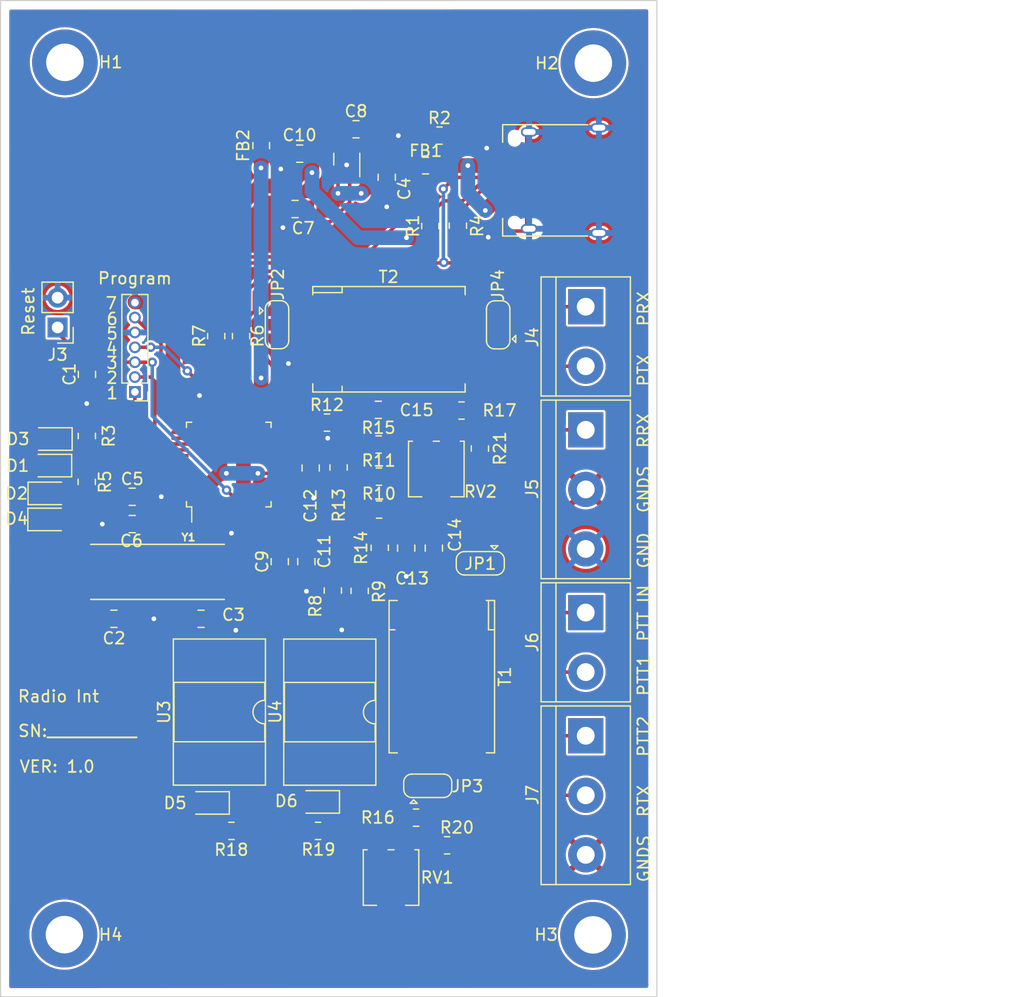
<source format=kicad_pcb>
(kicad_pcb (version 20211014) (generator pcbnew)
  (layers (0 "F.Cu" signal) (31 "B.Cu" signal) (34 "B.Paste" user) (35 "F.Paste" user) (36 "B.SilkS" user "B.Silkscreen") (37 "F.SilkS" user "F.Silkscreen") (38 "B.Mask" user) (39 "F.Mask" user) (44 "Edge.Cuts" user))
  (net 0 "")
  (net 1 "GND")
  (net 2 "/OSCIN")
  (net 3 "/OSCOUT")
  (net 4 "Net-(C7-Pad1)")
  (net 5 "Net-(C8-Pad1)")
  (net 12 "/SWCLK")
  (net 22 "/SWDIO")
  (net 23 "/USB-DP")
  (net 24 "/USB-DN")
  (net 25 "Net-(C13-Pad1)")
  (net 28 "+3V3")
  (net 29 "+3.3VA")
  (net 30 "/VIN")
  (net 31 "/VBUS")
  (net 32 "/USART-RX")
  (net 33 "/USART-TX")
  (net 34 "/PTT1")
  (net 35 "/PTT2")
  (net 36 "/AFIN")
  (net 37 "/RADIO-MIC")
  (net 38 "/RADIO-SPK")
  (net 39 "/AFOUT")
  (net 40 "Net-(D6-Pad1)")
  (net 41 "/RADIO-VP-PTT2")
  (net 42 "/NRST")
  (net 43 "/SWO")
  (net 44 "/BOOT0")
  (net 45 "Net-(D1-Pad1)")
  (net 46 "Net-(D1-Pad2)")
  (net 49 "Net-(C14-Pad2)")
  (net 50 "/DAC_ATTEN")
  (net 51 "Net-(C15-Pad1)")
  (net 52 "Net-(C15-Pad2)")
  (net 53 "Net-(J2-PadA5)")
  (net 55 "Net-(J2-PadB5)")
  (net 57 "Net-(R5-Pad2)")
  (net 58 "GNDS")
  (net 59 "Net-(JP3-Pad2)")
  (net 60 "Net-(R8-Pad2)")
  (net 61 "Net-(R9-Pad2)")
  (net 66 "Net-(JP1-Pad1)")
  (net 67 "Net-(JP1-Pad3)")
  (net 68 "Net-(JP2-Pad1)")
  (net 69 "Net-(JP2-Pad3)")
  (net 70 "Net-(JP3-Pad1)")
  (net 71 "Net-(JP3-Pad3)")
  (net 72 "Net-(JP4-Pad1)")
  (net 73 "Net-(JP4-Pad3)")
  (net 74 "Net-(JP4-Pad2)")
  (net 75 "Net-(J4-Pad1)")
  (net 76 "Net-(J4-Pad2)")
  (net 77 "Net-(J5-Pad1)")
  (net 78 "Net-(J6-Pad2)")
  (net 79 "Net-(J7-Pad1)")
  (footprint "Resistor_SMD:R_0805_2012Metric_Pad1.20x1.40mm_HandSolder" (layer "F.Cu") (at 140.71 97.82 180)
    (fp_text reference "R11")
    (fp_text value "10K")
  )
  (footprint "LED_SMD:LED_0805_2012Metric_Pad1.15x1.40mm_HandSolder" (layer "F.Cu") (at 112.625 99.25)
    (fp_text reference "D2")
    (fp_text value "RED")
  )
  (footprint "Capacitor_SMD:C_0805_2012Metric_Pad1.18x1.45mm_HandSolder" (layer "F.Cu") (at 134.88 97.08 -90)
    (fp_text reference "C12")
    (fp_text value "10n/NP0")
  )
  (footprint "Resistor_SMD:R_0805_2012Metric_Pad1.20x1.40mm_HandSolder" (layer "F.Cu") (at 115.77 98.27 90)
    (fp_text reference "R5")
    (fp_text value "220R")
  )
  (footprint "TerminalBlock:TerminalBlock_bornier-3_P5.08mm" (layer "F.Cu") (at 158.35 93.83 -90)
    (fp_text reference "J5")
    (fp_text value "SIP 200")
  )
  (footprint "AIOC:USB_C_Receptacle_Amphenol_12401832E40-2A" (layer "F.Cu") (at 155.63 72.54 90)
    (fp_text reference "J2" hide)
    (fp_text value "12401832E402A")
  )
  (footprint "Resistor_SMD:R_0805_2012Metric_Pad1.20x1.40mm_HandSolder" (layer "F.Cu") (at 128.12 128.05)
    (fp_text reference "R18")
    (fp_text value "1K2")
  )
  (footprint "Capacitor_SMD:C_0805_2012Metric_Pad1.18x1.45mm_HandSolder" (layer "F.Cu") (at 118.0875 109.95)
    (fp_text reference "C2")
    (fp_text value "22p/NP0")
  )
  (footprint "LED_SMD:LED_0805_2012Metric_Pad1.15x1.40mm_HandSolder" (layer "F.Cu") (at 112.625 96.88 180)
    (fp_text reference "D1")
    (fp_text value "GREEN")
  )
  (footprint "Capacitor_SMD:C_0805_2012Metric_Pad1.18x1.45mm_HandSolder" (layer "F.Cu") (at 132.24 105.0725 -90)
    (fp_text reference "C9")
    (fp_text value "100n")
  )
  (footprint "Capacitor_SMD:C_0805_2012Metric_Pad1.18x1.45mm_HandSolder" (layer "F.Cu") (at 143.03 103.9225 -90)
    (fp_text reference "C13")
    (fp_text value "100n")
  )
  (footprint "Potentiometer_SMD:Potentiometer_Bourns_3314G_Vertical" (layer "F.Cu") (at 141.736 132.03)
    (fp_text reference "RV1")
    (fp_text value "10K Variable")
  )
  (footprint "AIOC:Transformer_Bourns_SM-LP-5001" (layer "F.Cu") (at 146.07 114.86 -90)
    (fp_text reference "T1")
    (fp_text value "Transformer_Audio_CTP_CTS")
  )
  (footprint "Resistor_SMD:R_0805_2012Metric_Pad1.20x1.40mm_HandSolder" (layer "F.Cu") (at 143.87 126.92 180)
    (fp_text reference "R16")
    (fp_text value "1K2")
  )
  (footprint "Inductor_SMD:L_0805_2012Metric_Pad1.15x1.40mm_HandSolder" (layer "F.Cu") (at 144.68 71.28)
    (fp_text reference "FB1")
    (fp_text value "600R@100MHz")
  )
  (footprint "Resistor_SMD:R_0805_2012Metric_Pad1.20x1.40mm_HandSolder" (layer "F.Cu") (at 128.94 85.83 -90)
    (fp_text reference "R6")
    (fp_text value "220R")
  )
  (footprint "LED_SMD:LED_0805_2012Metric_Pad1.15x1.40mm_HandSolder" (layer "F.Cu") (at 112.605 101.47)
    (fp_text reference "D4")
    (fp_text value "N.M.")
  )
  (footprint "Resistor_SMD:R_0805_2012Metric_Pad1.20x1.40mm_HandSolder" (layer "F.Cu") (at 139.06 107.57 -90)
    (fp_text reference "R9")
    (fp_text value "2.2K")
  )
  (footprint "MountingHole:MountingHole_3.2mm_M3_DIN965_Pad_TopBottom" (layer "F.Cu") (at 113.91 62.47)
    (fp_text reference "H1")
    (fp_text value "ToolingHole")
  )
  (footprint "Diode_SMD:D_0805_2012Metric_Pad1.15x1.40mm_HandSolder" (layer "F.Cu") (at 135.477 125.577 180)
    (fp_text reference "D6")
    (fp_text value "1N4001")
  )
  (footprint "Resistor_SMD:R_0805_2012Metric_Pad1.20x1.40mm_HandSolder" (layer "F.Cu") (at 126.82 85.83 -90)
    (fp_text reference "R7")
    (fp_text value "220R")
  )
  (footprint "TerminalBlock:TerminalBlock_bornier-3_P5.08mm" (layer "F.Cu") (at 158.35 119.93 -90)
    (fp_text reference "J7")
    (fp_text value "SIP 200")
  )
  (footprint "Capacitor_SMD:C_0805_2012Metric_Pad1.18x1.45mm_HandSolder" (layer "F.Cu") (at 119.6525 101.87 180)
    (fp_text reference "C6")
    (fp_text value "100n")
  )
  (footprint "Package_QFP:LQFP-48_7x7mm_P0.5mm" (layer "F.Cu") (at 127.89 96.79 90)
    (fp_text reference "U2" hide)
    (fp_text value "STM32F373CBTx(OLD)")
  )
  (footprint "Capacitor_SMD:C_0805_2012Metric_Pad1.18x1.45mm_HandSolder" (layer "F.Cu") (at 141.37 72.2775 -90)
    (fp_text reference "C4")
    (fp_text value "4.7u/10V/X5R")
  )
  (footprint "Resistor_SMD:R_0805_2012Metric_Pad1.20x1.40mm_HandSolder" (layer "F.Cu") (at 147.75 92.18 180)
    (fp_text reference "R17")
    (fp_text value "1K2")
  )
  (footprint "Resistor_SMD:R_0805_2012Metric_Pad1.20x1.40mm_HandSolder" (layer "F.Cu") (at 140.77 103.89 90)
    (fp_text reference "R14")
    (fp_text value "220R")
  )
  (footprint "TerminalBlock:TerminalBlock_bornier-2_P5.08mm" (layer "F.Cu") (at 158.35 109.42 -90)
    (fp_text reference "J6")
    (fp_text value "SIP 200")
  )
  (footprint "Inductor_SMD:L_0805_2012Metric_Pad1.15x1.40mm_HandSolder" (layer "F.Cu") (at 130.66 69.575 90)
    (fp_text reference "FB2")
    (fp_text value "600R@100MHz")
  )
  (footprint "Capacitor_SMD:C_0805_2012Metric_Pad1.18x1.45mm_HandSolder" (layer "F.Cu") (at 133.5475 74.985 180)
    (fp_text reference "C7")
    (fp_text value "100n")
  )
  (footprint "Package_DIP:DIP-6_W8.89mm_SMDSocket_LongPads" (layer "F.Cu") (at 136.51 117.915 -90)
    (fp_text reference "U4")
    (fp_text value "4N25")
  )
  (footprint "Capacitor_SMD:C_0805_2012Metric_Pad1.18x1.45mm_HandSolder" (layer "F.Cu") (at 125.5275 109.95 180)
    (fp_text reference "C3")
    (fp_text value "22p/NP0")
  )
  (footprint "LED_SMD:LED_0805_2012Metric_Pad1.15x1.40mm_HandSolder" (layer "F.Cu") (at 112.665 94.61 180)
    (fp_text reference "D3")
    (fp_text value "N.M.")
  )
  (footprint "Resistor_SMD:R_0805_2012Metric_Pad1.20x1.40mm_HandSolder" (layer "F.Cu") (at 136.77 107.54 -90)
    (fp_text reference "R8")
    (fp_text value "2.2K")
  )
  (footprint "Capacitor_SMD:C_0805_2012Metric_Pad1.18x1.45mm_HandSolder" (layer "F.Cu") (at 133.9425 70.26 180)
    (fp_text reference "C10")
    (fp_text value "4.7u/10V/X5R")
  )
  (footprint "AIOC:Transformer_Bourns_SM-LP-5001" (layer "F.Cu") (at 141.53 86.1)
    (fp_text reference "T2")
    (fp_text value "Transformer_Audio_CTP_CTS")
  )
  (footprint "Resistor_SMD:R_0805_2012Metric_Pad1.20x1.40mm_HandSolder" (layer "F.Cu") (at 145.09 76.435 90)
    (fp_text reference "R1")
    (fp_text value "1.5K")
  )
  (footprint "Jumper:SolderJumper-3_P1.3mm_Open_RoundedPad1.0x1.5mm" (layer "F.Cu") (at 144.87 124.2)
    (fp_text reference "JP3")
    (fp_text value "SolderJumper_3_Open")
  )
  (footprint "Capacitor_SMD:C_0805_2012Metric_Pad1.18x1.45mm_HandSolder" (layer "F.Cu") (at 138.7475 68.18)
    (fp_text reference "C8")
    (fp_text value "4.7u/10V/X5R")
  )
  (footprint "Connector_PinHeader_2.54mm:PinHeader_1x02_P2.54mm_Vertical" (layer "F.Cu") (at 113.284 85.09 180)
    (fp_text reference "J3")
    (fp_text value "conn_01X02")
  )
  (footprint "Capacitor_SMD:C_0805_2012Metric_Pad1.18x1.45mm_HandSolder" (layer "F.Cu") (at 140.6525 92.12 180)
    (fp_text reference "C15")
    (fp_text value "4.7u/10V/X5R")
  )
  (footprint "Potentiometer_SMD:Potentiometer_Bourns_3314G_Vertical" (layer "F.Cu") (at 145.6 97.17)
    (fp_text reference "RV2")
    (fp_text value "10K Variable")
  )
  (footprint "Resistor_SMD:R_0805_2012Metric_Pad1.20x1.40mm_HandSolder" (layer "F.Cu") (at 140.72 100.63 180)
    (fp_text reference "R10")
    (fp_text value "N.M.")
  )
  (footprint "Resistor_SMD:R_0805_2012Metric_Pad1.20x1.40mm_HandSolder" (layer "F.Cu") (at 140.68 95.08)
    (fp_text reference "R15")
    (fp_text value "2.2K")
  )
  (footprint "Capacitor_SMD:C_0805_2012Metric_Pad1.18x1.45mm_HandSolder" (layer "F.Cu") (at 115.79 89.0925 -90)
    (fp_text reference "C1")
    (fp_text value "100n")
  )
  (footprint "MountingHole:MountingHole_3.2mm_M3_DIN965_Pad_TopBottom" (layer "F.Cu") (at 158.97 136.92)
    (fp_text reference "H3")
    (fp_text value "ToolingHole")
  )
  (footprint "Jumper:SolderJumper-3_P1.3mm_Open_RoundedPad1.0x1.5mm" (layer "F.Cu") (at 150.88 84.87 90)
    (fp_text reference "JP4")
    (fp_text value "SolderJumper_3_Open")
  )
  (footprint "Jumper:SolderJumper-3_P1.3mm_Open_RoundedPad1.0x1.5mm" (layer "F.Cu") (at 132.01 84.86 -90)
    (fp_text reference "JP2")
    (fp_text value "SolderJumper_3_Open")
  )
  (footprint "Capacitor_SMD:C_0805_2012Metric_Pad1.18x1.45mm_HandSolder" (layer "F.Cu") (at 119.6525 99.54 180)
    (fp_text reference "C5")
    (fp_text value "4.7u/10V/X5R")
  )
  (footprint "Jumper:SolderJumper-3_P1.3mm_Open_RoundedPad1.0x1.5mm" (layer "F.Cu") (at 149.352 105.214 180)
    (fp_text reference "JP1")
    (fp_text value "SolderJumper_3_Open")
  )
  (footprint "Connector_PinHeader_1.27mm:PinHeader_1x07_P1.27mm_Vertical" (layer "F.Cu") (at 119.88 90.595 180)
    (fp_text reference "J1" hide)
    (fp_text value "Conn_01x07_Male")
  )
  (footprint "AIOC:Micrel_MLF-8-1EP_2x2mm_P0.5mm_EP0.6x1.2mm" (layer "F.Cu") (at 137.96 71.23 90)
    (fp_text reference "U1" hide)
    (fp_text value "MIC5330-SSYML")
  )
  (footprint "Resistor_SMD:R_0805_2012Metric_Pad1.20x1.40mm_HandSolder" (layer "F.Cu") (at 136.27 93.21)
    (fp_text reference "R12")
    (fp_text value "5.1K")
  )
  (footprint "Resistor_SMD:R_0805_2012Metric_Pad1.20x1.40mm_HandSolder" (layer "F.Cu") (at 149.32 95.42 -90)
    (fp_text reference "R21")
    (fp_text value "1K2")
  )
  (footprint "Package_DIP:DIP-6_W8.89mm_SMDSocket_LongPads" (layer "F.Cu") (at 127.09 117.91 -90)
    (fp_text reference "U3")
    (fp_text value "4N25")
  )
  (footprint "Resistor_SMD:R_0805_2012Metric_Pad1.20x1.40mm_HandSolder" (layer "F.Cu") (at 137.26 97.04 90)
    (fp_text reference "R13")
    (fp_text value "5.1K")
  )
  (footprint "Resistor_SMD:R_0805_2012Metric_Pad1.20x1.40mm_HandSolder" (layer "F.Cu") (at 135.51 128.05 180)
    (fp_text reference "R19")
    (fp_text value "1K2")
  )
  (footprint "MountingHole:MountingHole_3.2mm_M3_DIN965_Pad_TopBottom" (layer "F.Cu") (at 113.87 136.9)
    (fp_text reference "H4")
    (fp_text value "ToolingHole")
  )
  (footprint "Diode_SMD:D_0805_2012Metric_Pad1.15x1.40mm_HandSolder" (layer "F.Cu") (at 126.077 125.662 180)
    (fp_text reference "D5")
    (fp_text value "1N4001")
  )
  (footprint "Capacitor_SMD:C_0805_2012Metric_Pad1.18x1.45mm_HandSolder" (layer "F.Cu") (at 134.51 105.0725 -90)
    (fp_text reference "C11")
    (fp_text value "4.7u/10V/X5R")
  )
  (footprint "Resistor_SMD:R_0805_2012Metric_Pad1.20x1.40mm_HandSolder" (layer "F.Cu") (at 115.78 94.35 -90)
    (fp_text reference "R3")
    (fp_text value "2.2K")
  )
  (footprint "Resistor_SMD:R_0805_2012Metric_Pad1.20x1.40mm_HandSolder" (layer "F.Cu") (at 145.87 68.72)
    (fp_text reference "R2")
    (fp_text value "5.1K")
  )
  (footprint "TerminalBlock:TerminalBlock_bornier-2_P5.08mm" (layer "F.Cu") (at 158.35 83.32 -90)
    (fp_text reference "J4")
    (fp_text value "SIP 200")
  )
  (footprint "MountingHole:MountingHole_3.2mm_M3_DIN965_Pad_TopBottom" (layer "F.Cu") (at 159 62.54)
    (fp_text reference "H2")
    (fp_text value "ToolingHole")
  )
  (footprint "Resistor_SMD:R_0805_2012Metric_Pad1.20x1.40mm_HandSolder" (layer "F.Cu") (at 146.52 129.28)
    (fp_text reference "R20")
    (fp_text value "1K2")
  )
  (footprint "Capacitor_SMD:C_0805_2012Metric_Pad1.18x1.45mm_HandSolder" (layer "F.Cu") (at 145.39 103.9225 -90)
    (fp_text reference "C14")
    (fp_text value "4.7u/10V/X5R")
  )
  (footprint "AIOC:Crystal_8MHz_SMD_11.40mm" (layer "F.Cu") (at 121.81 105.95)
    (fp_text reference "Y1")
    (fp_text value "8MHz/20pF")
  )
  (footprint "Resistor_SMD:R_0805_2012Metric_Pad1.20x1.40mm_HandSolder" (layer "F.Cu") (at 147.44 76.405 90)
    (fp_text reference "R4")
    (fp_text value "5.1K")
  )
  (gr_rect (start 164.42 142.2) (end 108.42 57.2) (layer "Edge.Cuts") (width 0.1) (fill none))
  (gr_text "Giga Technology" (at 128.02 137.51) (layer "F.Cu") (effects (font (size 1.5 1.5) (thickness 0.3))))
  (gr_text "PTX" (at 163.3 88.75 90) (layer "F.SilkS") (effects (font (size 1 1))))
  (gr_text "Reset\n" (at 110.79 83.74 90) (layer "F.SilkS") (effects (font (size 1 1))))
  (gr_text "PTT2" (at 163.3 119.98 90) (layer "F.SilkS") (effects (font (size 1 1))))
  (gr_text "VER: 1.0" (at 113.25 122.56) (layer "F.SilkS") (effects (font (size 1 1))))
  (gr_text "RTX" (at 163.3 125.5 90) (layer "F.SilkS") (effects (font (size 1 1))))
  (gr_text "Radio Int" (at 113.36 116.57) (layer "F.SilkS") (effects (font (size 1 1))))
  (gr_text "PTT IN" (at 163.3 109.47 90) (layer "F.SilkS") (effects (font (size 1 1))))
  (gr_text "PTT1" (at 163.3 114.79 90) (layer "F.SilkS") (effects (font (size 1 1))))
  (gr_text "PRX" (at 163.3 83.5 90) (layer "F.SilkS") (effects (font (size 1 1))))
  (gr_text "6" (at 117.94 84.36) (layer "F.SilkS") (effects (font (size 1 1))))
  (gr_text "7" (at 117.87 83.03) (layer "F.SilkS") (effects (font (size 1 1))))
  (gr_text "3" (at 117.93 88.12) (layer "F.SilkS") (effects (font (size 1 1))))
  (gr_text "GNDS" (at 163.3 98.9 90) (layer "F.SilkS") (effects (font (size 1 1))))
  (gr_text "4" (at 117.9 86.9) (layer "F.SilkS") (effects (font (size 1 1))))
  (gr_text "GNDS" (at 163.3 130.42 90) (layer "F.SilkS") (effects (font (size 1 1))))
  (gr_text "RRX" (at 163.29 93.89 90) (layer "F.SilkS") (effects (font (size 1 1))))
  (gr_text "Program" (at 119.88 80.9) (layer "F.SilkS") (effects (font (size 1 1))))
  (gr_text "GND" (at 163.3 104.12 90) (layer "F.SilkS") (effects (font (size 1 1))))
  (gr_text "2" (at 117.93 89.39) (layer "F.SilkS") (effects (font (size 1 1))))
  (gr_text "5" (at 117.94 85.62) (layer "F.SilkS") (effects (font (size 1 1))))
  (gr_text "1" (at 117.95 90.7) (layer "F.SilkS") (effects (font (size 1 1))))
  (gr_text "SN:__________" (at 114.98 119.52) (layer "F.SilkS") (effects (font (size 1 1))))
  (segment (start 122.62 99.04) (end 122.13 99.53) (width 0.3) (layer "F.Cu") (net 1))
  (segment (start 127.09 113.465) (end 127.09 112.33) (width 1.25) (layer "F.Cu") (net 1))
  (segment (start 115.78 91.59) (end 115.77 91.58) (width 1.25) (layer "F.Cu") (net 1))
  (segment (start 153.31 70.04) (end 153.31 68.62) (width 0.3) (layer "F.Cu") (net 1))
  (segment (start 150.03 77.39) (end 150.03 76.87) (width 0.3) (layer "F.Cu") (net 1))
  (segment (start 143.53 106.83) (end 143.03 106.33) (width 1.25) (layer "F.Cu") (net 1))
  (segment (start 119.125 109.95) (end 121.5 109.95) (width 1.25) (layer "F.Cu") (net 1))
  (segment (start 127.09 112.33) (end 128.49 110.93) (width 1.25) (layer "F.Cu") (net 1))
  (segment (start 150.03 77.39) (end 149.555 77.405) (width 1.25) (layer "F.Cu") (net 1))
  (segment (start 151.61 75.29) (end 151.545479 75.354521) (width 0.3) (layer "F.Cu") (net 1))
  (segment (start 137.71 72.205) (end 137.71 71.48) (width 0.3) (layer "F.Cu") (net 1))
  (segment (start 151.969892 76.864521) (end 153.325479 76.864521) (width 0.3) (layer "F.Cu") (net 1))
  (segment (start 135.53 88.64) (end 133.45 88.64) (width 1.25) (layer "F.Cu") (net 1))
  (segment (start 118.615 99.54) (end 118.615 101.87) (width 1.25) (layer "F.Cu") (net 1))
  (segment (start 134.88 99.4) (end 135.13 99.65) (width 1.25) (layer "F.Cu") (net 1))
  (segment (start 151.61 69.79) (end 150.41 69.79) (width 0.3) (layer "F.Cu") (net 1))
  (segment (start 141.37 73.315) (end 141.37 74.8) (width 1.25) (layer "F.Cu") (net 1))
  (segment (start 143.03 104.96) (end 143.03 106.33) (width 1.25) (layer "F.Cu") (net 1))
  (segment (start 134.51 106.11) (end 134.51 107.59) (width 1.25) (layer "F.Cu") (net 1))
  (segment (start 153.31 76.46) (end 153.52 76.67) (width 0.3) (layer "F.Cu") (net 1))
  (segment (start 140.77 104.89) (end 142.96 104.89) (width 1.25) (layer "F.Cu") (net 1))
  (segment (start 125.64 91.152227) (end 125.3905 90.902727) (width 0.3) (layer "F.Cu") (net 1))
  (segment (start 150.41 69.79) (end 149.9 69.79) (width 1.25) (layer "F.Cu") (net 1))
  (segment (start 115.79 91.56) (end 115.77 91.58) (width 1.25) (layer "F.Cu") (net 1))
  (segment (start 144.87 68.72) (end 142.36 68.72) (width 1.25) (layer "F.Cu") (net 1))
  (segment (start 136.51 113.47) (end 136.51 111.92) (width 1.25) (layer "F.Cu") (net 1))
  (segment (start 132.905 70.26) (end 132.905 70.995) (width 1.25) (layer "F.Cu") (net 1))
  (segment (start 137.96 71.23) (end 137.95 71.22) (width 0.3) (layer "F.Cu") (net 1))
  (segment (start 149.555 77.405) (end 147.44 77.405) (width 1.25) (layer "F.Cu") (net 1))
  (segment (start 153.31 75.54) (end 153.31 76.46) (width 0.3) (layer "F.Cu") (net 1))
  (segment (start 118.615 101.87) (end 117.1 101.87) (width 1.25) (layer "F.Cu") (net 1))
  (segment (start 142.96 104.89) (end 143.03 104.96) (width 1.25) (layer "F.Cu") (net 1))
  (segment (start 128.64 100.9525) (end 128.64 102.13) (width 0.3) (layer "F.Cu") (net 1))
  (segment (start 128.64 102.13) (end 128.12 102.65) (width 0.3) (layer "F.Cu") (net 1))
  (segment (start 134.51 107.59) (end 134.52 107.6) (width 1.25) (layer "F.Cu") (net 1))
  (segment (start 115.78 93.35) (end 115.78 91.59) (width 1.25) (layer "F.Cu") (net 1))
  (segment (start 134.9575 98.04) (end 134.88 98.1175) (width 1.25) (layer "F.Cu") (net 1))
  (segment (start 136.51 111.92) (end 137.53 110.9) (width 1.25) (layer "F.Cu") (net 1))
  (segment (start 151.61 75.29) (end 151.61 75.35) (width 0.3) (layer "F.Cu") (net 1))
  (segment (start 153.31 68.62) (end 153.52 68.41) (width 0.3) (layer "F.Cu") (net 1))
  (segment (start 123.7275 99.04) (end 122.62 99.04) (width 0.3) (layer "F.Cu") (net 1))
  (segment (start 143.53 108.86) (end 143.53 106.83) (width 1.25) (layer "F.Cu") (net 1))
  (segment (start 132.905 70.995) (end 132.33 71.57) (width 1.25) (layer "F.Cu") (net 1))
  (segment (start 137.71 71.48) (end 137.96 71.23) (width 0.3) (layer "F.Cu") (net 1))
  (segment (start 132.51 74.985) (end 132.51 76.57) (width 1.25) (layer "F.Cu") (net 1))
  (segment (start 153.325479 76.864521) (end 153.52 76.67) (width 0.3) (layer "F.Cu") (net 1))
  (segment (start 124.49 109.95) (end 121.5 109.95) (width 1.25) (layer "F.Cu") (net 1))
  (segment (start 132.0525 94.54) (end 136.33 94.54) (width 0.3) (layer "F.Cu") (net 1))
  (segment (start 133.45 88.64) (end 132.98 88.17) (width 1.25) (layer "F.Cu") (net 1))
  (segment (start 151.545479 75.354521) (end 151.545479 76.440108) (width 0.3) (layer "F.Cu") (net 1))
  (segment (start 150.03 76.87) (end 151.61 75.29) (width 0.3) (layer "F.Cu") (net 1))
  (segment (start 137.26 98.04) (end 134.9575 98.04) (width 1.25) (layer "F.Cu") (net 1))
  (segment (start 134.88 98.1175) (end 134.88 99.4) (width 1.25) (layer "F.Cu") (net 1))
  (segment (start 132.24 106.11) (end 134.51 106.11) (width 1.25) (layer "F.Cu") (net 1))
  (segment (start 151.545479 76.440108) (end 151.969892 76.864521) (width 0.3) (layer "F.Cu") (net 1))
  (segment (start 115.79 90.13) (end 115.79 91.56) (width 1.25) (layer "F.Cu") (net 1))
  (segment (start 139.785 68.18) (end 141.82 68.18) (width 1.25) (layer "F.Cu") (net 1))
  (segment (start 125.64 92.6275) (end 125.64 91.152227) (width 0.3) (layer "F.Cu") (net 1))
  (segment (start 141.82 68.18) (end 142.36 68.72) (width 1.25) (layer "F.Cu") (net 1))
  (via (at 137.53 110.9) (size 0.8) (drill 0.4) (layers "F.Cu" "B.Cu") (net 1))
  (via (at 143.03 106.33) (size 0.8) (drill 0.4) (layers "F.Cu" "B.Cu") (net 1))
  (via (at 125.3905 90.902727) (size 0.8) (drill 0.4) (layers "F.Cu" "B.Cu") (net 1))
  (via (at 150.03 77.39) (size 0.8) (drill 0.4) (layers "F.Cu" "B.Cu") (net 1))
  (via (at 132.51 76.57) (size 0.8) (drill 0.4) (layers "F.Cu" "B.Cu") (net 1))
  (via (at 132.33 71.57) (size 0.8) (drill 0.4) (layers "F.Cu" "B.Cu") (net 1))
  (via (at 137.95 71.22) (size 0.8) (drill 0.4) (layers "F.Cu" "B.Cu") (net 1))
  (via (at 122.13 99.53) (size 0.8) (drill 0.4) (layers "F.Cu" "B.Cu") (net 1))
  (via (at 142.36 68.72) (size 0.8) (drill 0.4) (layers "F.Cu" "B.Cu") (net 1))
  (via (at 117.1 101.87) (size 0.8) (drill 0.4) (layers "F.Cu" "B.Cu") (net 1))
  (via (at 128.12 102.65) (size 0.8) (drill 0.4) (layers "F.Cu" "B.Cu") (net 1))
  (via (at 149.9 69.79) (size 0.8) (drill 0.4) (layers "F.Cu" "B.Cu") (net 1))
  (via (at 134.52 107.6) (size 0.8) (drill 0.4) (layers "F.Cu" "B.Cu") (net 1))
  (via (at 141.37 74.8) (size 0.8) (drill 0.4) (layers "F.Cu" "B.Cu") (net 1))
  (via (at 128.49 110.93) (size 0.8) (drill 0.4) (layers "F.Cu" "B.Cu") (net 1))
  (via (at 136.33 94.54) (size 0.8) (drill 0.4) (layers "F.Cu" "B.Cu") (net 1))
  (via (at 135.13 99.65) (size 0.8) (drill 0.4) (layers "F.Cu" "B.Cu") (net 1))
  (via (at 115.77 91.58) (size 0.8) (drill 0.4) (layers "F.Cu" "B.Cu") (net 1))
  (via (at 121.5 109.95) (size 0.8) (drill 0.4) (layers "F.Cu" "B.Cu") (net 1))
  (via (at 132.98 88.17) (size 0.8) (drill 0.4) (layers "F.Cu" "B.Cu") (net 1))
  (segment (start 122.24 103.85) (end 118.86 103.85) (width 0.3) (layer "F.Cu") (net 2))
  (segment (start 117.05 109.95) (end 117.06 109.94) (width 0.3) (layer "F.Cu") (net 2))
  (segment (start 127.14 101.790361) (end 126.610361 102.32) (width 0.3) (layer "F.Cu") (net 2))
  (segment (start 118.86 103.85) (end 117.06 105.65) (width 0.3) (layer "F.Cu") (net 2))
  (segment (start 117.06 109.94) (end 117.06 105.95) (width 0.3) (layer "F.Cu") (net 2))
  (segment (start 127.14 100.9525) (end 127.14 101.790361) (width 0.3) (layer "F.Cu") (net 2))
  (segment (start 117.06 105.65) (end 117.06 105.95) (width 0.3) (layer "F.Cu") (net 2))
  (segment (start 123.77 102.32) (end 122.24 103.85) (width 0.3) (layer "F.Cu") (net 2))
  (segment (start 126.610361 102.32) (end 123.77 102.32) (width 0.3) (layer "F.Cu") (net 2))
  (segment (start 127.64 102.02) (end 127.64 100.9525) (width 0.3) (layer "F.Cu") (net 3))
  (segment (start 126.56 109.945) (end 126.56 105.95) (width 0.3) (layer "F.Cu") (net 3))
  (segment (start 126.56 105.95) (end 126.56 103.1) (width 0.3) (layer "F.Cu") (net 3))
  (segment (start 126.565 109.95) (end 126.56 109.945) (width 0.3) (layer "F.Cu") (net 3))
  (segment (start 126.56 103.1) (end 127.64 102.02) (width 0.3) (layer "F.Cu") (net 3))
  (segment (start 138.21 74.41) (end 138.21 72.205) (width 0.3) (layer "F.Cu") (net 4))
  (segment (start 136.54 76.08) (end 138.21 74.41) (width 0.3) (layer "F.Cu") (net 4))
  (segment (start 134.585 74.985) (end 135.68 76.08) (width 0.3) (layer "F.Cu") (net 4))
  (segment (start 135.68 76.08) (end 136.54 76.08) (width 0.3) (layer "F.Cu") (net 4))
  (segment (start 131.03 68.18) (end 130.66 68.55) (width 0.3) (layer "F.Cu") (net 5))
  (segment (start 137.71 68.18) (end 131.03 68.18) (width 0.3) (layer "F.Cu") (net 5))
  (segment (start 137.71 70.255) (end 137.71 68.18) (width 0.3) (layer "F.Cu") (net 5))
  (segment (start 122.11 91.12) (end 122.11 86.475) (width 0.3) (layer "F.Cu") (net 12))
  (segment (start 123.7275 94.04) (end 123.7275 92.7375) (width 0.3) (layer "F.Cu") (net 12))
  (segment (start 122.11 86.475) (end 119.88 84.245) (width 0.3) (layer "F.Cu") (net 12))
  (segment (start 123.7275 92.7375) (end 122.11 91.12) (width 0.3) (layer "F.Cu") (net 12))
  (segment (start 126.14 92.6275) (end 126.14 90.5855) (width 0.3) (layer "F.Cu") (net 22))
  (segment (start 121.23 86.78) (end 119.885 86.78) (width 0.3) (layer "F.Cu") (net 22))
  (segment (start 126.14 90.5855) (end 124.3545 88.8) (width 0.3) (layer "F.Cu") (net 22))
  (segment (start 119.885 86.78) (end 119.88 86.785) (width 0.3) (layer "F.Cu") (net 22))
  (via (at 124.3545 88.8) (size 0.8) (drill 0.4) (layers "F.Cu" "B.Cu") (net 22))
  (via (at 121.23 86.78) (size 0.8) (drill 0.4) (layers "F.Cu" "B.Cu") (net 22))
  (segment (start 124.3545 88.8) (end 122.3345 86.78) (width 0.3) (layer "B.Cu") (net 22))
  (segment (start 122.3345 86.78) (end 121.23 86.78) (width 0.3) (layer "B.Cu") (net 22))
  (segment (start 128.9 79.07) (end 139.46 79.07) (width 0.3) (layer "F.Cu") (net 23))
  (segment (start 124.8 88.18553) (end 124.8 83.17) (width 0.3) (layer "F.Cu") (net 23))
  (segment (start 152.309022 72.79) (end 151.61 72.79) (width 0.3) (layer "F.Cu") (net 23))
  (segment (start 139.46 79.07) (end 143.095 75.435) (width 0.3) (layer "F.Cu") (net 23))
  (segment (start 143.095 75.435) (end 145.09 75.435) (width 0.3) (layer "F.Cu") (net 23))
  (segment (start 126.64 90.02553) (end 124.8 88.18553) (width 0.3) (layer "F.Cu") (net 23))
  (segment (start 153.31 72.54) (end 152.559022 72.54) (width 0.3) (layer "F.Cu") (net 23))
  (segment (start 146.235 74.29) (end 147.848572 74.29) (width 0.3) (layer "F.Cu") (net 23))
  (segment (start 145.09 75.435) (end 146.235 74.29) (width 0.3) (layer "F.Cu") (net 23))
  (segment (start 152.559022 72.54) (end 152.309022 72.79) (width 0.3) (layer "F.Cu") (net 23))
  (segment (start 147.848572 74.29) (end 149.348572 72.79) (width 0.3) (layer "F.Cu") (net 23))
  (segment (start 149.348572 72.79) (end 151.61 72.79) (width 0.3) (layer "F.Cu") (net 23))
  (segment (start 124.8 83.17) (end 128.9 79.07) (width 0.3) (layer "F.Cu") (net 23))
  (segment (start 126.64 92.6275) (end 126.64 90.02553) (width 0.3) (layer "F.Cu") (net 23))
  (segment (start 125.31 83.4) (end 129.12 79.59) (width 0.3) (layer "F.Cu") (net 24))
  (segment (start 153.38 79.59) (end 155.06 77.91) (width 0.3) (layer "F.Cu") (net 24))
  (segment (start 154.009022 73.04) (end 153.31 73.04) (width 0.3) (layer "F.Cu") (net 24))
  (segment (start 155.06 77.91) (end 155.06 74.090978) (width 0.3) (layer "F.Cu") (net 24))
  (segment (start 127.14 89.81) (end 125.31 87.98) (width 0.3) (layer "F.Cu") (net 24))
  (segment (start 155.06 74.090978) (end 154.009022 73.04) (width 0.3) (layer "F.Cu") (net 24))
  (segment (start 151.61 72.29) (end 147.18 72.29) (width 0.3) (layer "F.Cu") (net 24))
  (segment (start 129.12 79.59) (end 153.38 79.59) (width 0.3) (layer "F.Cu") (net 24))
  (segment (start 125.31 87.98) (end 125.31 83.4) (width 0.3) (layer "F.Cu") (net 24))
  (segment (start 147.18 72.29) (end 146.2 73.27) (width 0.3) (layer "F.Cu") (net 24))
  (segment (start 127.14 92.6275) (end 127.14 89.81) (width 0.3) (layer "F.Cu") (net 24))
  (via (at 146.24 79.54098) (size 0.8) (drill 0.4) (layers "F.Cu" "B.Cu") (net 24))
  (via (at 146.2 73.27) (size 0.8) (drill 0.4) (layers "F.Cu" "B.Cu") (net 24))
  (segment (start 146.2 73.27) (end 146.2 79.50098) (width 0.3) (layer "B.Cu") (net 24))
  (segment (start 146.2 79.50098) (end 146.24 79.54098) (width 0.3) (layer "B.Cu") (net 24))
  (segment (start 140.775 102.885) (end 140.77 102.89) (width 0.3) (layer "F.Cu") (net 25))
  (segment (start 143.03 102.885) (end 145.39 102.885) (width 0.3) (layer "F.Cu") (net 25))
  (segment (start 141.72 101.35) (end 141.72 100.63) (width 0.3) (layer "F.Cu") (net 25))
  (segment (start 143.03 102.885) (end 140.775 102.885) (width 0.3) (layer "F.Cu") (net 25))
  (segment (start 140.77 102.89) (end 140.77 102.3) (width 0.3) (layer "F.Cu") (net 25))
  (segment (start 141.72 100.63) (end 141.72 97.83) (width 0.3) (layer "F.Cu") (net 25))
  (segment (start 140.77 102.3) (end 141.72 101.35) (width 0.3) (layer "F.Cu") (net 25))
  (segment (start 141.72 97.83) (end 141.71 97.82) (width 0.3) (layer "F.Cu") (net 25))
  (segment (start 121.840489 82.920489) (end 122.77 83.85) (width 1.25) (layer "F.Cu") (net 28))
  (segment (start 125.0075 92.6275) (end 125.14 92.6275) (width 0.3) (layer "F.Cu") (net 28))
  (segment (start 125.47 94.39) (end 125.14 94.06) (width 0.3) (layer "F.Cu") (net 28))
  (segment (start 124.71 78.85) (end 120.639511 82.920489) (width 1.25) (layer "F.Cu") (net 28))
  (segment (start 120.639511 82.920489) (end 121.840489 82.920489) (width 1.25) (layer "F.Cu") (net 28))
  (segment (start 125.14 94.06) (end 125.14 92.6275) (width 0.3) (layer "F.Cu") (net 28))
  (segment (start 125.14 99.54) (end 123.7275 99.54) (width 0.3) (layer "F.Cu") (net 28))
  (segment (start 134.11 71.88) (end 132.97 73.02) (width 1.25) (layer "F.Cu") (net 28))
  (segment (start 120.639511 82.920489) (end 119.88 82.920489) (width 1.25) (layer "F.Cu") (net 28))
  (segment (start 123.74 100.93) (end 125.1175 100.93) (width 0.3) (layer "F.Cu") (net 28))
  (segment (start 145.09 77.435) (end 143.055 77.435) (width 1.25) (layer "F.Cu") (net 28))
  (segment (start 125.1175 100.93) (end 125.14 100.9525) (width 0.3) (layer "F.Cu") (net 28))
  (segment (start 136.08 70.26) (end 137.205 70.26) (width 0.3) (layer "F.Cu") (net 28))
  (segment (start 122.8 101.87) (end 123.74 100.93) (width 1.25) (layer "F.Cu") (net 28))
  (segment (start 130.38 97.54) (end 132.0525 97.54) (width 0.3) (layer "F.Cu") (net 28))
  (segment (start 127.14 97.54) (end 127.14 96.06) (width 1.25) (layer "F.Cu") (net 28))
  (segment (start 134.98 71.87) (end 134.99 71.88) (width 1.25) (layer "F.Cu") (net 28))
  (segment (start 123.74 99.5525) (end 123.7275 99.54) (width 0.3) (layer "F.Cu") (net 28))
  (segment (start 134.98 70.26) (end 136.08 70.26) (width 1.25) (layer "F.Cu") (net 28))
  (segment (start 122.77 83.85) (end 123.13 84.21) (width 1.25) (layer "F.Cu") (net 28))
  (segment (start 123.96 91.58) (end 125.0075 92.6275) (width 0.3) (layer "F.Cu") (net 28))
  (segment (start 130.54 73.02) (end 124.71 78.85) (width 1.25) (layer "F.Cu") (net 28))
  (segment (start 127.14 97.54) (end 125.47 99.21) (width 1.25) (layer "F.Cu") (net 28))
  (segment (start 143.055 77.435) (end 143.05409 77.43409) (width 1.25) (layer "F.Cu") (net 28))
  (segment (start 123.74 100.93) (end 123.74 99.5525) (width 0.3) (layer "F.Cu") (net 28))
  (segment (start 127.69 97.54) (end 127.14 97.54) (width 1.25) (layer "F.Cu") (net 28))
  (segment (start 120.69 101.87) (end 120.69 99.54) (width 1.25) (layer "F.Cu") (net 28))
  (segment (start 123.13 90.75) (end 123.96 91.58) (width 1.25) (layer "F.Cu") (net 28))
  (segment (start 125.14 100.9525) (end 125.14 99.54) (width 0.3) (layer "F.Cu") (net 28))
  (segment (start 120.69 101.87) (end 122.8 101.87) (width 1.25) (layer "F.Cu") (net 28))
  (segment (start 137.205 70.26) (end 137.21 70.255) (width 0.3) (layer "F.Cu") (net 28))
  (segment (start 132.97 73.02) (end 130.54 73.02) (width 1.25) (layer "F.Cu") (net 28))
  (segment (start 123.13 84.21) (end 123.13 90.61) (width 1.25) (layer "F.Cu") (net 28))
  (segment (start 125.14 99.54) (end 125.47 99.21) (width 0.3) (layer "F.Cu") (net 28))
  (segment (start 127.14 96.06) (end 125.47 94.39) (width 1.25) (layer "F.Cu") (net 28))
  (segment (start 134.99 71.88) (end 134.11 71.88) (width 1.25) (layer "F.Cu") (net 28))
  (segment (start 123.13 90.61) (end 123.13 90.75) (width 1.25) (layer "F.Cu") (net 28))
  (segment (start 134.98 70.26) (end 134.98 71.87) (width 1.25) (layer "F.Cu") (net 28))
  (via (at 127.69 97.54) (size 0.8) (drill 0.4) (layers "F.Cu" "B.Cu") (net 28))
  (via (at 134.99 71.88) (size 0.8) (drill 0.4) (layers "F.Cu" "B.Cu") (net 28))
  (via (at 143.05409 77.43409) (size 0.8) (drill 0.4) (layers "F.Cu" "B.Cu") (net 28))
  (via (at 130.38 97.54) (size 0.8) (drill 0.4) (layers "F.Cu" "B.Cu") (net 28))
  (segment (start 134.99 73.47993) (end 134.99 71.88) (width 1.25) (layer "B.Cu") (net 28))
  (segment (start 138.94416 77.43409) (end 134.99 73.47993) (width 1.25) (layer "B.Cu") (net 28))
  (segment (start 127.69 97.54) (end 130.38 97.54) (width 1.25) (layer "B.Cu") (net 28))
  (segment (start 143.05409 77.43409) (end 138.94416 77.43409) (width 1.25) (layer "B.Cu") (net 28))
  (segment (start 132.24 104.035) (end 129.825 104.035) (width 1.25) (layer "F.Cu") (net 29))
  (segment (start 132.51 94.04) (end 132.0525 94.04) (width 0.3) (layer "F.Cu") (net 29))
  (segment (start 130.66 70.6) (end 130.66 71.46) (width 1.25) (layer "F.Cu") (net 29))
  (segment (start 129.14 95.46) (end 130.22 94.38) (width 1.25) (layer "F.Cu") (net 29))
  (segment (start 130.64 93.96) (end 130.64 92.6275) (width 0.3) (layer "F.Cu") (net 29))
  (segment (start 130.65 89.4) (end 130.65 90.83) (width 1.25) (layer "F.Cu") (net 29))
  (segment (start 130.22 94.38) (end 130.56 94.04) (width 0.3) (layer "F.Cu") (net 29))
  (segment (start 130.22 94.38) (end 130.64 93.96) (width 0.3) (layer "F.Cu") (net 29))
  (segment (start 130.66 71.46) (end 130.64 71.48) (width 1.25) (layer "F.Cu") (net 29))
  (segment (start 134.51 104.035) (end 132.24 104.035) (width 1.25) (layer "F.Cu") (net 29))
  (segment (start 130.64 90.84) (end 130.64 92.6275) (width 0.3) (layer "F.Cu") (net 29))
  (segment (start 130.56 94.04) (end 132.0525 94.04) (width 0.3) (layer "F.Cu") (net 29))
  (segment (start 133.33 93.22) (end 132.51 94.04) (width 0.3) (layer "F.Cu") (net 29))
  (segment (start 129.14 99.36) (end 129.14 95.46) (width 1.25) (layer "F.Cu") (net 29))
  (segment (start 129.825 104.035) (end 129.14 103.35) (width 1.25) (layer "F.Cu") (net 29))
  (segment (start 130.65 90.83) (end 130.64 90.84) (width 1.25) (layer "F.Cu") (net 29))
  (segment (start 133.34 93.21) (end 133.33 93.22) (width 1.25) (layer "F.Cu") (net 29))
  (segment (start 129.14 103.35) (end 129.14 100.9525) (width 0.3) (layer "F.Cu") (net 29))
  (segment (start 129.14 100.9525) (end 129.14 99.36) (width 0.3) (layer "F.Cu") (net 29))
  (segment (start 135.27 93.21) (end 133.34 93.21) (width 1.25) (layer "F.Cu") (net 29))
  (via (at 130.65 89.4) (size 0.8) (drill 0.4) (layers "F.Cu" "B.Cu") (net 29))
  (via (at 130.64 71.48) (size 0.8) (drill 0.4) (layers "F.Cu" "B.Cu") (net 29))
  (segment (start 130.65 71.49) (end 130.64 71.48) (width 1.25) (layer "B.Cu") (net 29))
  (segment (start 130.65 89.4) (end 130.65 71.49) (width 1.25) (layer "B.Cu") (net 29))
  (segment (start 143.615 71.24) (end 143.655 71.28) (width 1.25) (layer "F.Cu") (net 30))
  (segment (start 139.69 73.15) (end 139.69 71.235) (width 1.25) (layer "F.Cu") (net 30))
  (segment (start 139.69 71.235) (end 138.71 70.255) (width 0.3) (layer "F.Cu") (net 30))
  (segment (start 139.69 71.29) (end 139.69 71.235) (width 0.3) (layer "F.Cu") (net 30))
  (segment (start 141.37 71.24) (end 143.615 71.24) (width 1.25) (layer "F.Cu") (net 30))
  (segment (start 141.37 71.24) (end 139.695 71.24) (width 1.25) (layer "F.Cu") (net 30))
  (segment (start 139.69 71.29) (end 139.625 71.29) (width 0.3) (layer "F.Cu") (net 30))
  (segment (start 139.625 71.29) (end 138.71 72.205) (width 0.3) (layer "F.Cu") (net 30))
  (segment (start 139.19 73.65) (end 139.69 73.15) (width 1.25) (layer "F.Cu") (net 30))
  (segment (start 139.695 71.24) (end 139.69 71.235) (width 1.25) (layer "F.Cu") (net 30))
  (segment (start 137.21 73.65) (end 137.21 72.205) (width 0.3) (layer "F.Cu") (net 30))
  (via (at 139.19 73.65) (size 0.8) (drill 0.4) (layers "F.Cu" "B.Cu") (net 30))
  (via (at 137.21 73.65) (size 0.8) (drill 0.4) (layers "F.Cu" "B.Cu") (net 30))
  (segment (start 137.21 73.65) (end 139.19 73.65) (width 1.25) (layer "B.Cu") (net 30))
  (segment (start 152.559022 71.54) (end 152.309022 71.29) (width 0.3) (layer "F.Cu") (net 31))
  (segment (start 153.31 74.04) (end 152.559022 74.04) (width 0.3) (layer "F.Cu") (net 31))
  (segment (start 150.29 74.61) (end 151.11 73.79) (width 0.3) (layer "F.Cu") (net 31))
  (segment (start 152.309022 73.79) (end 151.61 73.79) (width 0.3) (layer "F.Cu") (net 31))
  (segment (start 149.78 75.11) (end 150.28 74.61) (width 1.25) (layer "F.Cu") (net 31))
  (segment (start 150.11 71.28) (end 150.12 71.29) (width 0.3) (layer "F.Cu") (net 31))
  (segment (start 151.11 73.79) (end 151.61 73.79) (width 0.3) (layer "F.Cu") (net 31))
  (segment (start 150.12 71.29) (end 151.61 71.29) (width 0.3) (layer "F.Cu") (net 31))
  (segment (start 153.31 71.54) (end 152.559022 71.54) (width 0.3) (layer "F.Cu") (net 31))
  (segment (start 150.28 74.61) (end 150.29 74.61) (width 1.25) (layer "F.Cu") (net 31))
  (segment (start 145.705 71.28) (end 148.29 71.28) (width 1.25) (layer "F.Cu") (net 31))
  (segment (start 148.29 71.28) (end 150.11 71.28) (width 1.25) (layer "F.Cu") (net 31))
  (segment (start 152.559022 74.04) (end 152.309022 73.79) (width 0.3) (layer "F.Cu") (net 31))
  (segment (start 152.309022 71.29) (end 151.61 71.29) (width 0.3) (layer "F.Cu") (net 31))
  (via (at 148.29 71.28) (size 0.8) (drill 0.4) (layers "F.Cu" "B.Cu") (net 31))
  (via (at 149.78 75.11) (size 0.8) (drill 0.4) (layers "F.Cu" "B.Cu") (net 31))
  (segment (start 148.29 73.59) (end 148.29 71.28) (width 1.25) (layer "B.Cu") (net 31))
  (segment (start 149.78 75.11) (end 148.29 73.59) (width 1.25) (layer "B.Cu") (net 31))
  (segment (start 127.64 87.65) (end 126.82 86.83) (width 0.3) (layer "F.Cu") (net 32))
  (segment (start 127.64 92.6275) (end 127.64 87.65) (width 0.3) (layer "F.Cu") (net 32))
  (segment (start 128.14 92.6275) (end 128.14 87.63) (width 0.3) (layer "F.Cu") (net 33))
  (segment (start 128.14 87.63) (end 128.94 86.83) (width 0.3) (layer "F.Cu") (net 33))
  (segment (start 135.89 102.44) (end 139.06 105.61) (width 0.3) (layer "F.Cu") (net 34))
  (segment (start 130.14 102.02) (end 130.56 102.44) (width 0.3) (layer "F.Cu") (net 34))
  (segment (start 139.06 105.61) (end 139.06 106.57) (width 0.3) (layer "F.Cu") (net 34))
  (segment (start 130.14 100.9525) (end 130.14 102.02) (width 0.3) (layer "F.Cu") (net 34))
  (segment (start 130.56 102.44) (end 135.89 102.44) (width 0.3) (layer "F.Cu") (net 34))
  (segment (start 129.64 100.9525) (end 129.64 102.39) (width 0.3) (layer "F.Cu") (net 35))
  (segment (start 136.77 104.24) (end 136.77 106.54) (width 0.3) (layer "F.Cu") (net 35))
  (segment (start 129.64 102.39) (end 130.2 102.95) (width 0.3) (layer "F.Cu") (net 35))
  (segment (start 135.48 102.95) (end 136.77 104.24) (width 0.3) (layer "F.Cu") (net 35))
  (segment (start 130.2 102.95) (end 135.48 102.95) (width 0.3) (layer "F.Cu") (net 35))
  (segment (start 134.8775 96.04) (end 134.88 96.0425) (width 0.3) (layer "F.Cu") (net 36))
  (segment (start 139.68 95.08) (end 139.07 95.08) (width 0.3) (layer "F.Cu") (net 36))
  (segment (start 137.26 96.04) (end 137.26 93.22) (width 0.3) (layer "F.Cu") (net 36))
  (segment (start 134.88 96.0425) (end 137.2575 96.0425) (width 0.3) (layer "F.Cu") (net 36))
  (segment (start 132.0525 96.04) (end 134.8775 96.04) (width 0.3) (layer "F.Cu") (net 36))
  (segment (start 137.26 93.22) (end 137.27 93.21) (width 0.3) (layer "F.Cu") (net 36))
  (segment (start 139.07 95.08) (end 138.11 96.04) (width 0.3) (layer "F.Cu") (net 36))
  (segment (start 138.11 96.04) (end 137.26 96.04) (width 0.3) (layer "F.Cu") (net 36))
  (segment (start 137.2575 96.0425) (end 137.26 96.04) (width 0.3) (layer "F.Cu") (net 36))
  (segment (start 145.426 129.28) (end 142.886 129.28) (width 0.3) (layer "F.Cu") (net 37))
  (segment (start 142.886 129.28) (end 142.886 126.936) (width 0.3) (layer "F.Cu") (net 37))
  (segment (start 142.886 126.936) (end 142.87 126.92) (width 0.3) (layer "F.Cu") (net 37))
  (segment (start 146.75 94.42) (end 149.32 94.42) (width 0.3) (layer "F.Cu") (net 38))
  (segment (start 146.75 94.42) (end 146.75 92.18) (width 0.3) (layer "F.Cu") (net 38))
  (segment (start 134.474881 100.62452) (end 135.74548 100.62452) (width 0.3) (layer "F.Cu") (net 39))
  (segment (start 135.74548 100.62452) (end 136.98 99.39) (width 0.3) (layer "F.Cu") (net 39))
  (segment (start 138.14 99.39) (end 139.71 97.82) (width 0.3) (layer "F.Cu") (net 39))
  (segment (start 132.890361 99.04) (end 134.474881 100.62452) (width 0.3) (layer "F.Cu") (net 39))
  (segment (start 132.0525 99.04) (end 132.890361 99.04) (width 0.3) (layer "F.Cu") (net 39))
  (segment (start 136.98 99.39) (end 138.14 99.39) (width 0.3) (layer "F.Cu") (net 39))
  (segment (start 144.23 136.17) (end 144.81 135.59) (width 0.3) (layer "F.Cu") (net 40))
  (segment (start 149.1 130.1) (end 149.1 127.83) (width 0.3) (layer "F.Cu") (net 40))
  (segment (start 148.41 130.79) (end 149.1 130.1) (width 0.3) (layer "F.Cu") (net 40))
  (segment (start 139.14 136.17) (end 144.23 136.17) (width 0.3) (layer "F.Cu") (net 40))
  (segment (start 136.51 125.585) (end 136.502 125.577) (width 0.3) (layer "F.Cu") (net 40))
  (segment (start 136.51 128.05) (end 136.51 129.33) (width 0.3) (layer "F.Cu") (net 40))
  (segment (start 144.81 135.59) (end 144.81 132.04) (width 0.3) (layer "F.Cu") (net 40))
  (segment (start 136.51 122.36) (end 136.51 125.569) (width 0.3) (layer "F.Cu") (net 40))
  (segment (start 138.72 135.75) (end 139.14 136.17) (width 0.3) (layer "F.Cu") (net 40))
  (segment (start 138.72 131.54) (end 138.72 135.75) (width 0.3) (layer "F.Cu") (net 40))
  (segment (start 151.92 125.01) (end 158.35 125.01) (width 0.3) (layer "F.Cu") (net 40))
  (segment (start 136.51 125.569) (end 136.502 125.577) (width 0.3) (layer "F.Cu") (net 40))
  (segment (start 149.1 127.83) (end 151.92 125.01) (width 0.3) (layer "F.Cu") (net 40))
  (segment (start 136.51 129.33) (end 138.72 131.54) (width 0.3) (layer "F.Cu") (net 40))
  (segment (start 146.06 130.79) (end 148.41 130.79) (width 0.3) (layer "F.Cu") (net 40))
  (segment (start 144.81 132.04) (end 146.06 130.79) (width 0.3) (layer "F.Cu") (net 40))
  (segment (start 136.51 128.05) (end 136.51 125.585) (width 0.3) (layer "F.Cu") (net 40))
  (segment (start 127.102 125.662) (end 127.102 128.032) (width 0.3) (layer "F.Cu") (net 41))
  (segment (start 127.09 125.65) (end 127.09 122.355) (width 0.3) (layer "F.Cu") (net 41))
  (segment (start 127.102 125.662) (end 127.09 125.65) (width 0.3) (layer "F.Cu") (net 41))
  (segment (start 140.7 117.19) (end 143.98 113.91) (width 0.3) (layer "F.Cu") (net 41))
  (segment (start 127.09 122.355) (end 127.09 121.605) (width 0.3) (layer "F.Cu") (net 41))
  (segment (start 151.58 113.91) (end 156.07 109.42) (width 0.3) (layer "F.Cu") (net 41))
  (segment (start 131.505 117.19) (end 140.7 117.19) (width 0.3) (layer "F.Cu") (net 41))
  (segment (start 127.102 128.032) (end 127.12 128.05) (width 0.3) (layer "F.Cu") (net 41))
  (segment (start 156.07 109.42) (end 158.35 109.42) (width 0.3) (layer "F.Cu") (net 41))
  (segment (start 127.09 121.605) (end 131.505 117.19) (width 0.3) (layer "F.Cu") (net 41))
  (segment (start 143.98 113.91) (end 151.58 113.91) (width 0.3) (layer "F.Cu") (net 41))
  (segment (start 121.3605 88.06) (end 119.885 88.06) (width 0.3) (layer "F.Cu") (net 42))
  (segment (start 115.79 88.055) (end 113.284 85.549) (width 0.3) (layer "F.Cu") (net 42))
  (segment (start 113.284 85.549) (end 113.284 85.09) (width 0.3) (layer "F.Cu") (net 42))
  (segment (start 128.14 100.9525) (end 128.14 99.41) (width 0.3) (layer "F.Cu") (net 42))
  (segment (start 128.14 99.41) (end 127.7 98.97) (width 0.3) (layer "F.Cu") (net 42))
  (segment (start 115.79 88.055) (end 119.88 88.055) (width 0.3) (layer "F.Cu") (net 42))
  (segment (start 119.885 88.06) (end 119.88 88.055) (width 0.3) (layer "F.Cu") (net 42))
  (via (at 121.3605 88.06) (size 0.8) (drill 0.4) (layers "F.Cu" "B.Cu") (net 42))
  (via (at 127.7 98.97) (size 0.8) (drill 0.4) (layers "F.Cu" "B.Cu") (net 42))
  (segment (start 127.7 98.97) (end 121.3605 92.6305) (width 0.3) (layer "B.Cu") (net 42))
  (segment (start 121.3605 92.6305) (end 121.3605 88.06) (width 0.3) (layer "B.Cu") (net 42))
  (segment (start 121.21 89.32) (end 121.205 89.325) (width 0.3) (layer "F.Cu") (net 43))
  (segment (start 121.58 93.730361) (end 121.58 89.69) (width 0.3) (layer "F.Cu") (net 43))
  (segment (start 121.58 89.69) (end 121.21 89.32) (width 0.3) (layer "F.Cu") (net 43))
  (segment (start 123.7275 95.04) (end 122.889639 95.04) (width 0.3) (layer "F.Cu") (net 43))
  (segment (start 121.205 89.325) (end 119.88 89.325) (width 0.3) (layer "F.Cu") (net 43))
  (segment (start 122.889639 95.04) (end 121.58 93.730361) (width 0.3) (layer "F.Cu") (net 43))
  (segment (start 123.7275 97.54) (end 122.315948 97.54) (width 0.3) (layer "F.Cu") (net 44))
  (segment (start 122.315948 97.54) (end 120.125948 95.35) (width 0.3) (layer "F.Cu") (net 44))
  (segment (start 119.88 95.104052) (end 119.88 90.595) (width 0.3) (layer "F.Cu") (net 44))
  (segment (start 120.125948 95.35) (end 115.78 95.35) (width 0.3) (layer "F.Cu") (net 44))
  (segment (start 120.125948 95.35) (end 119.88 95.104052) (width 0.3) (layer "F.Cu") (net 44))
  (segment (start 113.645 99.27) (end 113.645 96.885) (width 0.3) (layer "F.Cu") (net 45))
  (segment (start 113.645 99.27) (end 113.645 101.455) (width 0.3) (layer "F.Cu") (net 45))
  (segment (start 113.645 101.455) (end 113.63 101.47) (width 0.3) (layer "F.Cu") (net 45))
  (segment (start 113.65 96.88) (end 113.65 94.65) (width 0.3) (layer "F.Cu") (net 45))
  (segment (start 113.645 96.885) (end 113.65 96.88) (width 0.3) (layer "F.Cu") (net 45))
  (segment (start 113.65 94.65) (end 113.69 94.61) (width 0.3) (layer "F.Cu") (net 45))
  (segment (start 115.77 99.27) (end 113.645 99.27) (width 0.3) (layer "F.Cu") (net 45))
  (segment (start 123.7275 98.54) (end 121.72 98.54) (width 0.3) (layer "F.Cu") (net 46))
  (segment (start 114.82 101.16) (end 114.82 102.57) (width 0.3) (layer "F.Cu") (net 46))
  (segment (start 111.6 99.265) (end 111.595 99.27) (width 0.3) (layer "F.Cu") (net 46))
  (segment (start 121.41 98.23) (end 117.4 98.23) (width 0.3) (layer "F.Cu") (net 46))
  (segment (start 111.58 101.47) (end 111.58 99.285) (width 0.3) (layer "F.Cu") (net 46))
  (segment (start 111.88 102.86) (end 111.87 102.87) (width 0.3) (layer "F.Cu") (net 46))
  (segment (start 114.53 102.86) (end 111.88 102.86) (width 0.3) (layer "F.Cu") (net 46))
  (segment (start 115.49 100.49) (end 114.82 101.16) (width 0.3) (layer "F.Cu") (net 46))
  (segment (start 121.72 98.54) (end 121.41 98.23) (width 0.3) (layer "F.Cu") (net 46))
  (segment (start 117.08 98.55) (end 117.08 100.17) (width 0.3) (layer "F.Cu") (net 46))
  (segment (start 111.595 99.27) (end 111.595 96.885) (width 0.3) (layer "F.Cu") (net 46))
  (segment (start 111.87 102.87) (end 111.58 102.58) (width 0.3) (layer "F.Cu") (net 46))
  (segment (start 117.08 100.17) (end 116.76 100.49) (width 0.3) (layer "F.Cu") (net 46))
  (segment (start 117.4 98.23) (end 117.08 98.55) (width 0.3) (layer "F.Cu") (net 46))
  (segment (start 116.76 100.49) (end 115.49 100.49) (width 0.3) (layer "F.Cu") (net 46))
  (segment (start 111.58 102.58) (end 111.58 101.47) (width 0.3) (layer "F.Cu") (net 46))
  (segment (start 111.595 96.885) (end 111.6 96.88) (width 0.3) (layer "F.Cu") (net 46))
  (segment (start 111.58 99.285) (end 111.595 99.27) (width 0.3) (layer "F.Cu") (net 46))
  (segment (start 114.82 102.57) (end 114.53 102.86) (width 0.3) (layer "F.Cu") (net 46))
  (segment (start 111.64 94.61) (end 111.64 96.84) (width 0.3) (layer "F.Cu") (net 46))
  (segment (start 111.64 96.84) (end 111.6 96.88) (width 0.3) (layer "F.Cu") (net 46))
  (segment (start 146.06 104.96) (end 147.35 103.67) (width 0.3) (layer "F.Cu") (net 49))
  (segment (start 145.39 104.96) (end 146.06 104.96) (width 0.3) (layer "F.Cu") (net 49))
  (segment (start 149.352 104.392) (end 149.352 105.214) (width 0.3) (layer "F.Cu") (net 49))
  (segment (start 147.35 103.67) (end 148.63 103.67) (width 0.3) (layer "F.Cu") (net 49))
  (segment (start 148.63 103.67) (end 149.352 104.392) (width 0.3) (layer "F.Cu") (net 49))
  (segment (start 132.0525 99.54) (end 132.683933 99.54) (width 0.3) (layer "F.Cu") (net 50))
  (segment (start 132.683933 99.54) (end 134.273933 101.13) (width 0.3) (layer "F.Cu") (net 50))
  (segment (start 135.97 101.13) (end 136.84 100.26) (width 0.3) (layer "F.Cu") (net 50))
  (segment (start 136.84 100.26) (end 139.35 100.26) (width 0.3) (layer "F.Cu") (net 50))
  (segment (start 139.35 100.26) (end 139.72 100.63) (width 0.3) (layer "F.Cu") (net 50))
  (segment (start 134.273933 101.13) (end 135.97 101.13) (width 0.3) (layer "F.Cu") (net 50))
  (segment (start 141.68 92.13) (end 141.69 92.12) (width 0.3) (layer "F.Cu") (net 51))
  (segment (start 141.68 95.08) (end 141.68 92.13) (width 0.3) (layer "F.Cu") (net 51))
  (segment (start 131.07 84.86) (end 132.01 84.86) (width 0.3) (layer "F.Cu") (net 52))
  (segment (start 133.54 91.23) (end 130.39 86.66) (width 0.3) (layer "F.Cu") (net 52))
  (segment (start 130.39 86.66) (end 130.39 85.54) (width 0.3) (layer "F.Cu") (net 52))
  (segment (start 130.39 85.54) (end 131.07 84.86) (width 0.3) (layer "F.Cu") (net 52))
  (segment (start 138.46 91.23) (end 133.54 91.23) (width 0.3) (layer "F.Cu") (net 52))
  (segment (start 149.555 73.29) (end 151.61 73.29) (width 0.3) (layer "F.Cu") (net 53))
  (segment (start 147.44 75.405) (end 149.555 73.29) (width 0.3) (layer "F.Cu") (net 53))
  (segment (start 154.009022 72.04) (end 155.24 70.809022) (width 0.3) (layer "F.Cu") (net 55))
  (segment (start 154.75 66.76) (end 148.83 66.76) (width 0.3) (layer "F.Cu") (net 55))
  (segment (start 155.24 70.809022) (end 155.24 67.25) (width 0.3) (layer "F.Cu") (net 55))
  (segment (start 148.83 66.76) (end 146.87 68.72) (width 0.3) (layer "F.Cu") (net 55))
  (segment (start 153.31 72.04) (end 154.009022 72.04) (width 0.3) (layer "F.Cu") (net 55))
  (segment (start 155.24 67.25) (end 154.75 66.76) (width 0.3) (layer "F.Cu") (net 55))
  (segment (start 121.33952 97.27) (end 122.11 98.04048) (width 0.3) (layer "F.Cu") (net 57))
  (segment (start 122.11 98.04048) (end 123.72702 98.04048) (width 0.3) (layer "F.Cu") (net 57))
  (segment (start 123.72702 98.04048) (end 123.7275 98.04) (width 0.3) (layer "F.Cu") (net 57))
  (segment (start 115.77 97.27) (end 121.33952 97.27) (width 0.3) (layer "F.Cu") (net 57))
  (segment (start 144.87 126.92) (end 144.87 124.2) (width 0.3) (layer "F.Cu") (net 59))
  (segment (start 129.63 113.465) (end 131.115 113.465) (width 0.3) (layer "F.Cu") (net 60))
  (segment (start 135.98 110.23) (end 136.77 109.44) (width 0.3) (layer "F.Cu") (net 60))
  (segment (start 131.77 112.81) (end 131.77 111.87) (width 0.3) (layer "F.Cu") (net 60))
  (segment (start 131.115 113.465) (end 131.77 112.81) (width 0.3) (layer "F.Cu") (net 60))
  (segment (start 133.41 110.23) (end 135.98 110.23) (width 0.3) (layer "F.Cu") (net 60))
  (segment (start 136.77 109.44) (end 136.77 108.54) (width 0.3) (layer "F.Cu") (net 60))
  (segment (start 131.77 111.87) (end 133.41 110.23) (width 0.3) (layer "F.Cu") (net 60))
  (segment (start 139.05 113.47) (end 139.05 108.58) (width 0.25) (layer "F.Cu") (net 61))
  (segment (start 139.05 108.58) (end 139.06 108.57) (width 0.25) (layer "F.Cu") (net 61))
  (segment (start 148.064 108.816) (end 150.652 106.228) (width 0.3) (layer "F.Cu") (net 66))
  (segment (start 150.652 106.228) (end 150.652 105.214) (width 0.3) (layer "F.Cu") (net 66))
  (segment (start 148.052 105.214) (end 145.524 107.742) (width 0.3) (layer "F.Cu") (net 67))
  (segment (start 145.524 107.742) (end 145.524 108.816) (width 0.3) (layer "F.Cu") (net 67))
  (segment (start 132.01 83.56) (end 135.53 83.56) (width 0.3) (layer "F.Cu") (net 68))
  (segment (start 132.01 86.16) (end 132.07 86.1) (width 0.3) (layer "F.Cu") (net 69))
  (segment (start 132.07 86.1) (end 135.53 86.1) (width 0.3) (layer "F.Cu") (net 69))
  (segment (start 143.57 124.2) (end 143.57 123.550978) (width 0.3) (layer "F.Cu") (net 70))
  (segment (start 146.07 122.11) (end 146.07 120.86) (width 0.3) (layer "F.Cu") (net 70))
  (segment (start 145.31 122.87) (end 146.07 122.11) (width 0.3) (layer "F.Cu") (net 70))
  (segment (start 143.57 123.550978) (end 144.250978 122.87) (width 0.3) (layer "F.Cu") (net 70))
  (segment (start 144.250978 122.87) (end 145.31 122.87) (width 0.3) (layer "F.Cu") (net 70))
  (segment (start 148.61 122.91) (end 148.61 120.86) (width 0.3) (layer "F.Cu") (net 71))
  (segment (start 147.32 124.2) (end 148.61 122.91) (width 0.3) (layer "F.Cu") (net 71))
  (segment (start 146.17 124.2) (end 147.32 124.2) (width 0.3) (layer "F.Cu") (net 71))
  (segment (start 150.81 86.1) (end 150.88 86.17) (width 0.3) (layer "F.Cu") (net 72))
  (segment (start 147.53 86.1) (end 150.81 86.1) (width 0.3) (layer "F.Cu") (net 72))
  (segment (start 147.53 83.56) (end 150.87 83.56) (width 0.3) (layer "F.Cu") (net 73))
  (segment (start 150.87 83.56) (end 150.88 83.57) (width 0.3) (layer "F.Cu") (net 73))
  (segment (start 152.55 84.87) (end 150.88 84.87) (width 0.3) (layer "F.Cu") (net 74))
  (segment (start 150.54 91.35) (end 150.54 88.63) (width 0.3) (layer "F.Cu") (net 74))
  (segment (start 148.75 92.18) (end 149.71 92.18) (width 0.3) (layer "F.Cu") (net 74))
  (segment (start 149.71 92.18) (end 150.54 91.35) (width 0.3) (layer "F.Cu") (net 74))
  (segment (start 153.1 87.09) (end 153.1 85.42) (width 0.3) (layer "F.Cu") (net 74))
  (segment (start 150.54 88.63) (end 151.41 87.76) (width 0.3) (layer "F.Cu") (net 74))
  (segment (start 153.1 85.42) (end 152.55 84.87) (width 0.3) (layer "F.Cu") (net 74))
  (segment (start 151.41 87.76) (end 152.43 87.76) (width 0.3) (layer "F.Cu") (net 74))
  (segment (start 152.43 87.76) (end 153.1 87.09) (width 0.3) (layer "F.Cu") (net 74))
  (segment (start 129.521786 81.921787) (end 131.153093 80.29048) (width 0.3) (layer "F.Cu") (net 75))
  (segment (start 152.34048 80.29048) (end 155.37 83.32) (width 0.3) (layer "F.Cu") (net 75))
  (segment (start 127.26 83.68) (end 129.383572 83.68) (width 0.3) (layer "F.Cu") (net 75))
  (segment (start 131.153093 80.29048) (end 152.34048 80.29048) (width 0.3) (layer "F.Cu") (net 75))
  (segment (start 129.383572 83.68) (end 129.521786 83.541786) (width 0.3) (layer "F.Cu") (net 75))
  (segment (start 126.82 84.83) (end 126.82 84.12) (width 0.3) (layer "F.Cu") (net 75))
  (segment (start 155.37 83.32) (end 158.35 83.32) (width 0.3) (layer "F.Cu") (net 75))
  (segment (start 126.82 84.12) (end 127.26 83.68) (width 0.3) (layer "F.Cu") (net 75))
  (segment (start 129.521786 83.541786) (end 129.521786 81.921787) (width 0.3) (layer "F.Cu") (net 75))
  (segment (start 130.07 83.7) (end 130.07 82.08) (width 0.3) (layer "F.Cu") (net 76))
  (segment (start 152.11 80.79) (end 155.01 83.69) (width 0.3) (layer "F.Cu") (net 76))
  (segment (start 155.01 87.2) (end 156.21 88.4) (width 0.3) (layer "F.Cu") (net 76))
  (segment (start 130.07 82.08) (end 131.36 80.79) (width 0.3) (layer "F.Cu") (net 76))
  (segment (start 155.01 83.69) (end 155.01 87.2) (width 0.3) (layer "F.Cu") (net 76))
  (segment (start 131.36 80.79) (end 152.11 80.79) (width 0.3) (layer "F.Cu") (net 76))
  (segment (start 128.94 84.83) (end 130.07 83.7) (width 0.3) (layer "F.Cu") (net 76))
  (segment (start 156.21 88.4) (end 158.35 88.4) (width 0.3) (layer "F.Cu") (net 76))
  (segment (start 149.32 96.42) (end 151.92 96.42) (width 0.3) (layer "F.Cu") (net 77))
  (segment (start 154.51 93.83) (end 158.35 93.83) (width 0.3) (layer "F.Cu") (net 77))
  (segment (start 151.92 96.42) (end 154.51 93.83) (width 0.3) (layer "F.Cu") (net 77))
  (segment (start 129.12 128.05) (end 129.12 126.59) (width 0.3) (layer "F.Cu") (net 78))
  (segment (start 131.79 123.92) (end 131.79 120.04) (width 0.3) (layer "F.Cu") (net 78))
  (segment (start 141 117.74) (end 144.24 114.5) (width 0.3) (layer "F.Cu") (net 78))
  (segment (start 129.12 126.59) (end 131.79 123.92) (width 0.3) (layer "F.Cu") (net 78))
  (segment (start 144.24 114.5) (end 158.35 114.5) (width 0.3) (layer "F.Cu") (net 78))
  (segment (start 131.79 120.04) (end 134.09 117.74) (width 0.3) (layer "F.Cu") (net 78))
  (segment (start 134.09 117.74) (end 141 117.74) (width 0.3) (layer "F.Cu") (net 78))
  (segment (start 129.12 128.05) (end 134.51 128.05) (width 0.3) (layer "F.Cu") (net 78))
  (segment (start 155.41 119.93) (end 158.35 119.93) (width 0.3) (layer "F.Cu") (net 79))
  (segment (start 147.52 127.82) (end 155.41 119.93) (width 0.3) (layer "F.Cu") (net 79))
  (segment (start 147.52 129.28) (end 147.52 127.82) (width 0.3) (layer "F.Cu") (net 79))
  (zone (net 58) (net_name "GNDS") (layer "F.Cu") (connect_pads (clearance 0.2)) (min_thickness 0.254) (fill yes (thermal_gap 0.508) (thermal_bridge_width 0.508))
    (polygon (pts (xy 163.67 141.43) (xy 109.16 141.46) (xy 109.17 57.98) (xy 163.68 57.95)))
  )
  (zone (net 1) (net_name "GND") (layer "B.Cu") (connect_pads (clearance 0.2)) (min_thickness 0.254) (fill yes (thermal_gap 0.508) (thermal_bridge_width 0.508))
    (polygon (pts (xy 163.69 141.44) (xy 109.17 141.44) (xy 109.17 57.97) (xy 163.67 57.95)))
  )
)
</source>
